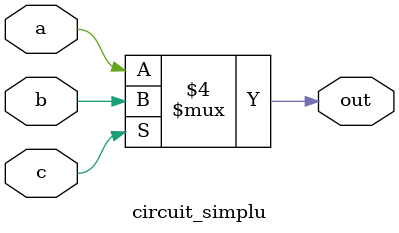
<source format=v>
`timescale 1ns / 1ps


module circuit_simplu(
    input a,
    input b,
    input c,
    output reg out
    );
    
    // descriere structurala
//    wire w1,w2,w3;
//    and p1(w1,a,w3);
//    and p2(w2,c,b);
//    or p4(out,w1,w2);
//    not p3(w3,c);

    // descriere functionala
//    assign out=(a&(~c))|(b&c);

    // descriere comportamentala
    always@ ( a or b or c )
    if( c==0 ) out=a; 
    else out=b;
        
endmodule

</source>
